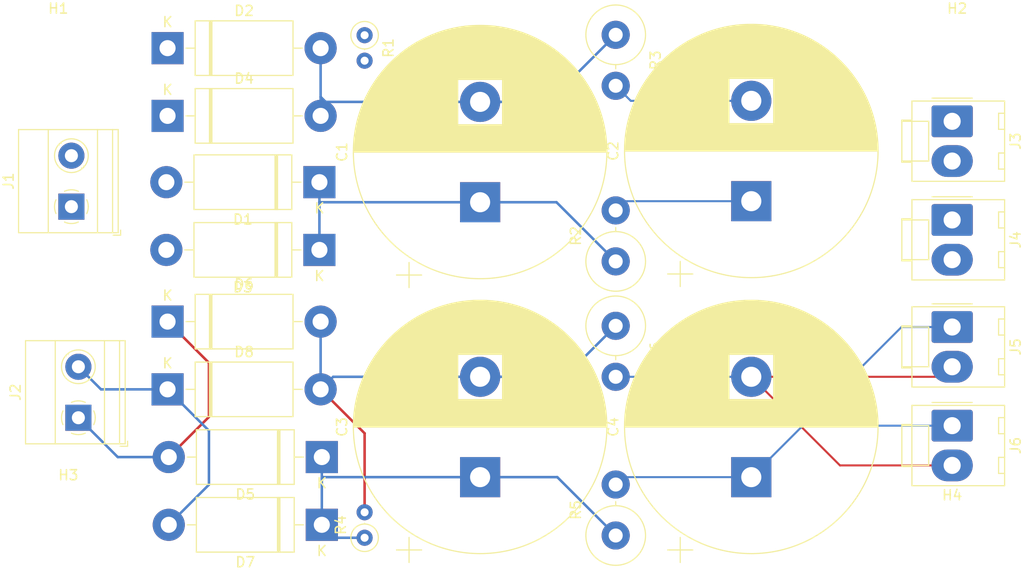
<source format=kicad_pcb>
(kicad_pcb (version 20240108) (generator "pcbnew") (generator_version "8.0")
  (layers (0 "F.Cu" signal) (31 "B.Cu" signal) (34 "B.Paste" user) (35 "F.Paste" user) (36 "B.SilkS" user "B.Silkscreen") (37 "F.SilkS" user "F.Silkscreen") (38 "B.Mask" user) (39 "F.Mask" user) (44 "Edge.Cuts" user))
  (net 0 "")
  (net 1 "Net-(D1-K)")
  (net 2 "Net-(D2-A)")
  (net 3 "/COLEMAN_RAW_DC_LEFT/RAWDC-")
  (net 4 "/COLEMAN_RAW_DC_LEFT/RAWDC+")
  (net 5 "Net-(D6-A)")
  (net 6 "Net-(D5-K)")
  (net 7 "/COLEMAN_RAW_DC_RIGHT/RAWDC+")
  (net 8 "/COLEMAN_RAW_DC_RIGHT/RAWDC-")
  (net 9 "/COLEMAN_RAW_DC_LEFT/AC1")
  (net 10 "/COLEMAN_RAW_DC_LEFT/AC2")
  (net 11 "/COLEMAN_RAW_DC_RIGHT/AC1")
  (net 12 "/COLEMAN_RAW_DC_RIGHT/AC2")
  (footprint "Connector_Molex:Molex_KK-396_A-41791-0002_1x02_P3.96mm_Vertical" (layer "F.Cu") (at 188.5 63.434629 -90)
    (property "Reference" "J3" (at 1.98 -6.31 90) (layer "F.SilkS"))
    (property "Value" "COLEMANREG-LEFT-1")
    (pad "1" thru_hole roundrect (at 0 0 270) (size 3.16 4.1) (drill 1.7) (layers "*.Cu" "*.Mask") (roundrect_rratio 0.079114) (net 4 "/COLEMAN_RAW_DC_LEFT/RAWDC+"))
    (pad "2" thru_hole oval (at 3.96 0 270) (size 3.16 4.1) (drill 1.7) (layers "*.Cu" "*.Mask") (net 3 "/COLEMAN_RAW_DC_LEFT/RAWDC-"))
  )
  (footprint "Diode_THT:D_DO-201AD_P15.24mm_Horizontal" (layer "F.Cu") (at 125.5 69.5 180)
    (property "Reference" "D1" (at 7.62 -3.72 180) (layer "F.SilkS"))
    (property "Value" "1N5822")
    (fp_text user "K" (at 0 -2.6 180) (layer "F.SilkS"))
    (pad "1" thru_hole rect (at 0 0 180) (size 3.2 3.2) (drill 1.6) (layers "*.Cu" "*.Mask") (net 1 "Net-(D1-K)"))
    (pad "2" thru_hole oval (at 15.24 0 180) (size 3.2 3.2) (drill 1.6) (layers "*.Cu" "*.Mask") (net 9 "/COLEMAN_RAW_DC_LEFT/AC1"))
  )
  (footprint "Capacitor_THT:CP_Radial_D25.0mm_P10.00mm_SnapIn" (layer "F.Cu") (at 141.5 71.5 90)
    (property "Reference" "C1" (at 5 -13.75 270) (layer "F.SilkS"))
    (property "Value" "15000u 25 V")
    (pad "1" thru_hole rect (at 0 0 90) (size 4 4) (drill 2) (layers "*.Cu" "*.Mask") (net 1 "Net-(D1-K)"))
    (pad "2" thru_hole circle (at 10 0 90) (size 4 4) (drill 2) (layers "*.Cu" "*.Mask") (net 2 "Net-(D2-A)"))
  )
  (footprint "Diode_THT:D_DO-201AD_P15.24mm_Horizontal" (layer "F.Cu") (at 110.38 90.144629)
    (property "Reference" "D8" (at 7.62 -3.72 0) (layer "F.SilkS"))
    (property "Value" "1N5822")
    (fp_text user "K" (at 0 -2.6 0) (layer "F.SilkS"))
    (pad "1" thru_hole rect (at 0 0) (size 3.2 3.2) (drill 1.6) (layers "*.Cu" "*.Mask") (net 12 "/COLEMAN_RAW_DC_RIGHT/AC2"))
    (pad "2" thru_hole oval (at 15.24 0) (size 3.2 3.2) (drill 1.6) (layers "*.Cu" "*.Mask") (net 5 "Net-(D6-A)"))
  )
  (footprint "Resistor_THT:R_Axial_DIN0207_L6.3mm_D2.5mm_P2.54mm_Vertical" (layer "F.Cu") (at 130 54.854629 -90)
    (property "Reference" "R1" (at 1.27 -2.37 90) (layer "F.SilkS"))
    (property "Value" "10k")
    (pad "1" thru_hole circle (at 0 0 270) (size 1.6 1.6) (drill 0.8) (layers "*.Cu" "*.Mask") (net 1 "Net-(D1-K)"))
    (pad "2" thru_hole oval (at 2.54 0 270) (size 1.6 1.6) (drill 0.8) (layers "*.Cu" "*.Mask") (net 2 "Net-(D2-A)"))
  )
  (footprint "Resistor_THT:R_Axial_DIN0614_L14.3mm_D5.7mm_P5.08mm_Vertical" (layer "F.Cu") (at 155 104.709629 90)
    (property "Reference" "R5" (at 2.54 -3.97 270) (layer "F.SilkS"))
    (property "Value" "0.22 3 W")
    (pad "1" thru_hole circle (at 0 0 90) (size 2.8 2.8) (drill 1.4) (layers "*.Cu" "*.Mask") (net 6 "Net-(D5-K)"))
    (pad "2" thru_hole oval (at 5.08 0 90) (size 2.8 2.8) (drill 1.4) (layers "*.Cu" "*.Mask") (net 7 "/COLEMAN_RAW_DC_RIGHT/RAWDC+"))
  )
  (footprint "Connector_Molex:Molex_KK-396_A-41791-0002_1x02_P3.96mm_Vertical" (layer "F.Cu") (at 188.5 93.764629 -90)
    (property "Reference" "J6" (at 1.98 -6.31 90) (layer "F.SilkS"))
    (property "Value" "COLEMANREG-RIGHT-2")
    (pad "1" thru_hole roundrect (at 0 0 270) (size 3.16 4.1) (drill 1.7) (layers "*.Cu" "*.Mask") (roundrect_rratio 0.079114) (net 7 "/COLEMAN_RAW_DC_RIGHT/RAWDC+"))
    (pad "2" thru_hole oval (at 3.96 0 270) (size 3.16 4.1) (drill 1.7) (layers "*.Cu" "*.Mask") (net 8 "/COLEMAN_RAW_DC_RIGHT/RAWDC-"))
  )
  (footprint "MountingHole:MountingHole_3.2mm_M3" (layer "F.Cu") (at 100.5 102.894629)
    (property "Reference" "H3" (at 0 -4.2 0) (layer "F.SilkS"))
    (property "Value" "MountingHole")
    (pad "" np_thru_hole circle (at 0 0) (size 3.2 3.2) (drill 3.2) (layers "*.Cu" "*.Mask"))
  )
  (footprint "Diode_THT:D_DO-201AD_P15.24mm_Horizontal" (layer "F.Cu") (at 125.5 76.25 180)
    (property "Reference" "D3" (at 7.62 -3.72 180) (layer "F.SilkS"))
    (property "Value" "1N5822")
    (fp_text user "K" (at 0 -2.6 180) (layer "F.SilkS"))
    (pad "1" thru_hole rect (at 0 0 180) (size 3.2 3.2) (drill 1.6) (layers "*.Cu" "*.Mask") (net 1 "Net-(D1-K)"))
    (pad "2" thru_hole oval (at 15.24 0 180) (size 3.2 3.2) (drill 1.6) (layers "*.Cu" "*.Mask") (net 10 "/COLEMAN_RAW_DC_LEFT/AC2"))
  )
  (footprint "Resistor_THT:R_Axial_DIN0614_L14.3mm_D5.7mm_P5.08mm_Vertical" (layer "F.Cu") (at 155 54.814629 -90)
    (property "Reference" "R3" (at 2.54 -3.97 90) (layer "F.SilkS"))
    (property "Value" "0.22 3 W")
    (pad "1" thru_hole circle (at 0 0 270) (size 2.8 2.8) (drill 1.4) (layers "*.Cu" "*.Mask") (net 2 "Net-(D2-A)"))
    (pad "2" thru_hole oval (at 5.08 0 270) (size 2.8 2.8) (drill 1.4) (layers "*.Cu" "*.Mask") (net 3 "/COLEMAN_RAW_DC_LEFT/RAWDC-"))
  )
  (footprint "Connector_Molex:Molex_KK-396_A-41791-0002_1x02_P3.96mm_Vertical" (layer "F.Cu") (at 188.5 83.934629 -90)
    (property "Reference" "J5" (at 1.98 -6.31 90) (layer "F.SilkS"))
    (property "Value" "COLEMANREG-RIGHT-1")
    (pad "1" thru_hole roundrect (at 0 0 270) (size 3.16 4.1) (drill 1.7) (layers "*.Cu" "*.Mask") (roundrect_rratio 0.079114) (net 7 "/COLEMAN_RAW_DC_RIGHT/RAWDC+"))
    (pad "2" thru_hole oval (at 3.96 0 270) (size 3.16 4.1) (drill 1.7) (layers "*.Cu" "*.Mask") (net 8 "/COLEMAN_RAW_DC_RIGHT/RAWDC-"))
  )
  (footprint "Resistor_THT:R_Axial_DIN0207_L6.3mm_D2.5mm_P2.54mm_Vertical" (layer "F.Cu") (at 130 104.934629 90)
    (property "Reference" "R4" (at 1.27 -2.37 270) (layer "F.SilkS"))
    (property "Value" "10k")
    (pad "1" thru_hole circle (at 0 0 90) (size 1.6 1.6) (drill 0.8) (layers "*.Cu" "*.Mask") (net 6 "Net-(D5-K)"))
    (pad "2" thru_hole oval (at 2.54 0 90) (size 1.6 1.6) (drill 0.8) (layers "*.Cu" "*.Mask") (net 5 "Net-(D6-A)"))
  )
  (footprint "MountingHole:MountingHole_3.2mm_M3" (layer "F.Cu") (at 189 56.394629)
    (property "Reference" "H2" (at 0 -4.2 0) (layer "F.SilkS"))
    (property "Value" "MountingHole")
    (pad "" np_thru_hole circle (at 0 0) (size 3.2 3.2) (drill 3.2) (layers "*.Cu" "*.Mask"))
  )
  (footprint "MountingHole:MountingHole_3.2mm_M3" (layer "F.Cu") (at 188.5 104.894629)
    (property "Reference" "H4" (at 0 -4.2 0) (layer "F.SilkS"))
    (property "Value" "MountingHole")
    (pad "" np_thru_hole circle (at 0 0) (size 3.2 3.2) (drill 3.2) (layers "*.Cu" "*.Mask"))
  )
  (footprint "TerminalBlock_Phoenix:TerminalBlock_Phoenix_MKDS-1,5-2-5.08_1x02_P5.08mm_Horizontal" (layer "F.Cu") (at 101.5 92.974629 90)
    (property "Reference" "J2" (at 2.54 -6.26 270) (layer "F.SilkS"))
    (property "Value" "10.5 VAC / 4.5 A")
    (pad "1" thru_hole rect (at 0 0 90) (size 2.6 2.6) (drill 1.3) (layers "*.Cu" "*.Mask") (net 11 "/COLEMAN_RAW_DC_RIGHT/AC1"))
    (pad "2" thru_hole circle (at 5.08 0 90) (size 2.6 2.6) (drill 1.3) (layers "*.Cu" "*.Mask") (net 12 "/COLEMAN_RAW_DC_RIGHT/AC2"))
  )
  (footprint "Resistor_THT:R_Axial_DIN0614_L14.3mm_D5.7mm_P5.08mm_Vertical" (layer "F.Cu") (at 155 77.394629 90)
    (property "Reference" "R2" (at 2.54 -3.97 270) (layer "F.SilkS"))
    (property "Value" "0.22 3 W")
    (pad "1" thru_hole circle (at 0 0 90) (size 2.8 2.8) (drill 1.4) (layers "*.Cu" "*.Mask") (net 1 "Net-(D1-K)"))
    (pad "2" thru_hole oval (at 5.08 0 90) (size 2.8 2.8) (drill 1.4) (layers "*.Cu" "*.Mask") (net 4 "/COLEMAN_RAW_DC_LEFT/RAWDC+"))
  )
  (footprint "TerminalBlock_Phoenix:TerminalBlock_Phoenix_MKDS-1,5-2-5.08_1x02_P5.08mm_Horizontal" (layer "F.Cu") (at 100.805 71.939629 90)
    (property "Reference" "J1" (at 2.54 -6.26 270) (layer "F.SilkS"))
    (property "Value" "10.5 VAC / 4.5 A")
    (pad "1" thru_hole rect (at 0 0 90) (size 2.6 2.6) (drill 1.3) (layers "*.Cu" "*.Mask") (net 9 "/COLEMAN_RAW_DC_LEFT/AC1"))
    (pad "2" thru_hole circle (at 5.08 0 90) (size 2.6 2.6) (drill 1.3) (layers "*.Cu" "*.Mask") (net 10 "/COLEMAN_RAW_DC_LEFT/AC2"))
  )
  (footprint "Diode_THT:D_DO-201AD_P15.24mm_Horizontal" (layer "F.Cu") (at 110.38 62.894629)
    (property "Reference" "D4" (at 7.62 -3.72 0) (layer "F.SilkS"))
    (property "Value" "1N5822")
    (fp_text user "K" (at 0 -2.6 0) (layer "F.SilkS"))
    (pad "1" thru_hole rect (at 0 0) (size 3.2 3.2) (drill 1.6) (layers "*.Cu" "*.Mask") (net 10 "/COLEMAN_RAW_DC_LEFT/AC2"))
    (pad "2" thru_hole oval (at 15.24 0) (size 3.2 3.2) (drill 1.6) (layers "*.Cu" "*.Mask") (net 2 "Net-(D2-A)"))
  )
  (footprint "Connector_Molex:Molex_KK-396_A-41791-0002_1x02_P3.96mm_Vertical" (layer "F.Cu") (at 188.5 73.264629 -90)
    (property "Reference" "J4" (at 1.98 -6.31 90) (layer "F.SilkS"))
    (property "Value" "COLEMANREG-LEFT-2")
    (pad "1" thru_hole roundrect (at 0 0 270) (size 3.16 4.1) (drill 1.7) (layers "*.Cu" "*.Mask") (roundrect_rratio 0.079114) (net 4 "/COLEMAN_RAW_DC_LEFT/RAWDC+"))
    (pad "2" thru_hole oval (at 3.96 0 270) (size 3.16 4.1) (drill 1.7) (layers "*.Cu" "*.Mask") (net 3 "/COLEMAN_RAW_DC_LEFT/RAWDC-"))
  )
  (footprint "Diode_THT:D_DO-201AD_P15.24mm_Horizontal" (layer "F.Cu") (at 110.38 56.144629)
    (property "Reference" "D2" (at 7.62 -3.72 0) (layer "F.SilkS"))
    (property "Value" "1N5822")
    (fp_text user "K" (at 0 -2.6 0) (layer "F.SilkS"))
    (pad "1" thru_hole rect (at 0 0) (size 3.2 3.2) (drill 1.6) (layers "*.Cu" "*.Mask") (net 9 "/COLEMAN_RAW_DC_LEFT/AC1"))
    (pad "2" thru_hole oval (at 15.24 0) (size 3.2 3.2) (drill 1.6) (layers "*.Cu" "*.Mask") (net 2 "Net-(D2-A)"))
  )
  (footprint "Diode_THT:D_DO-201AD_P15.24mm_Horizontal" (layer "F.Cu") (at 125.74 96.894629 180)
    (property "Reference" "D5" (at 7.62 -3.72 180) (layer "F.SilkS"))
    (property "Value" "1N5822")
    (fp_text user "K" (at 0 -2.6 180) (layer "F.SilkS"))
    (pad "1" thru_hole rect (at 0 0 180) (size 3.2 3.2) (drill 1.6) (layers "*.Cu" "*.Mask") (net 6 "Net-(D5-K)"))
    (pad "2" thru_hole oval (at 15.24 0 180) (size 3.2 3.2) (drill 1.6) (layers "*.Cu" "*.Mask") (net 11 "/COLEMAN_RAW_DC_RIGHT/AC1"))
  )
  (footprint "MountingHole:MountingHole_3.2mm_M3" (layer "F.Cu") (at 99.5 56.394629)
    (property "Reference" "H1" (at 0 -4.2 0) (layer "F.SilkS"))
    (property "Value" "MountingHole")
    (pad "" np_thru_hole circle (at 0 0) (size 3.2 3.2) (drill 3.2) (layers "*.Cu" "*.Mask"))
  )
  (footprint "Resistor_THT:R_Axial_DIN0614_L14.3mm_D5.7mm_P5.08mm_Vertical" (layer "F.Cu") (at 155 83.814629 -90)
    (property "Reference" "R6" (at 2.54 -3.97 90) (layer "F.SilkS"))
    (property "Value" "0.22 3 W")
    (pad "1" thru_hole circle (at 0 0 270) (size 2.8 2.8) (drill 1.4) (layers "*.Cu" "*.Mask") (net 5 "Net-(D6-A)"))
    (pad "2" thru_hole oval (at 5.08 0 270) (size 2.8 2.8) (drill 1.4) (layers "*.Cu" "*.Mask") (net 8 "/COLEMAN_RAW_DC_RIGHT/RAWDC-"))
  )
  (footprint "Diode_THT:D_DO-201AD_P15.24mm_Horizontal" (layer "F.Cu") (at 125.74 103.644629 180)
    (property "Reference" "D7" (at 7.62 -3.72 180) (layer "F.SilkS"))
    (property "Value" "1N5822")
    (fp_text user "K" (at 0 -2.6 180) (layer "F.SilkS"))
    (pad "1" thru_hole rect (at 0 0 180) (size 3.2 3.2) (drill 1.6) (layers "*.Cu" "*.Mask") (net 6 "Net-(D5-K)"))
    (pad "2" thru_hole oval (at 15.24 0 180) (size 3.2 3.2) (drill 1.6) (layers "*.Cu" "*.Mask") (net 12 "/COLEMAN_RAW_DC_RIGHT/AC2"))
  )
  (footprint "Capacitor_THT:CP_Radial_D25.0mm_P10.00mm_SnapIn" (layer "F.Cu") (at 141.5 98.894629 90)
    (property "Reference" "C3" (at 5 -13.75 270) (layer "F.SilkS"))
    (property "Value" "15000u 25 V")
    (pad "1" thru_hole rect (at 0 0 90) (size 4 4) (drill 2) (layers "*.Cu" "*.Mask") (net 6 "Net-(D5-K)"))
    (pad "2" thru_hole circle (at 10 0 90) (size 4 4) (drill 2) (layers "*.Cu" "*.Mask") (net 5 "Net-(D6-A)"))
  )
  (footprint "Capacitor_THT:CP_Radial_D25.0mm_P10.00mm_SnapIn" (layer "F.Cu") (at 168.5 98.894629 90)
    (property "Reference" "C4" (at 5 -13.75 270) (layer "F.SilkS"))
    (property "Value" "15000u 25 V")
    (pad "1" thru_hole rect (at 0 0 90) (size 4 4) (drill 2) (layers "*.Cu" "*.Mask") (net 7 "/COLEMAN_RAW_DC_RIGHT/RAWDC+"))
    (pad "2" thru_hole circle (at 10 0 90) (size 4 4) (drill 2) (layers "*.Cu" "*.Mask") (net 8 "/COLEMAN_RAW_DC_RIGHT/RAWDC-"))
  )
  (footprint "Diode_THT:D_DO-201AD_P15.24mm_Horizontal" (layer "F.Cu") (at 110.38 83.394629)
    (property "Reference" "D6" (at 7.62 -3.72 0) (layer "F.SilkS"))
    (property "Value" "1N5822")
    (fp_text user "K" (at 0 -2.6 0) (layer "F.SilkS"))
    (pad "1" thru_hole rect (at 0 0) (size 3.2 3.2) (drill 1.6) (layers "*.Cu" "*.Mask") (net 11 "/COLEMAN_RAW_DC_RIGHT/AC1"))
    (pad "2" thru_hole oval (at 15.24 0) (size 3.2 3.2) (drill 1.6) (layers "*.Cu" "*.Mask") (net 5 "Net-(D6-A)"))
  )
  (footprint "Capacitor_THT:CP_Radial_D25.0mm_P10.00mm_SnapIn" (layer "F.Cu") (at 168.5 71.394629 90)
    (property "Reference" "C2" (at 5 -13.75 270) (layer "F.SilkS"))
    (property "Value" "15000u 25 V")
    (pad "1" thru_hole rect (at 0 0 90) (size 4 4) (drill 2) (layers "*.Cu" "*.Mask") (net 4 "/COLEMAN_RAW_DC_LEFT/RAWDC+"))
    (pad "2" thru_hole circle (at 10 0 90) (size 4 4) (drill 2) (layers "*.Cu" "*.Mask") (net 3 "/COLEMAN_RAW_DC_LEFT/RAWDC-"))
  )
  (segment (start 125.5 71.5) (end 125.5 76.25) (width 0.25) (layer "B.Cu") (net 1))
  (segment (start 125.5 69.5) (end 125.5 71.5) (width 0.25) (layer "B.Cu") (net 1))
  (segment (start 149.105371 71.5) (end 155 77.394629) (width 0.25) (layer "B.Cu") (net 1))
  (segment (start 141.5 71.5) (end 149.105371 71.5) (width 0.25) (layer "B.Cu") (net 1))
  (segment (start 141.5 71.5) (end 125.5 71.5) (width 0.25) (layer "B.Cu") (net 1))
  (segment (start 148.314629 61.5) (end 155 54.814629) (width 0.25) (layer "B.Cu") (net 2))
  (segment (start 141.5 61.5) (end 148.314629 61.5) (width 0.25) (layer "B.Cu") (net 2))
  (segment (start 125.62 56.144629) (end 125.62 61) (width 0.25) (layer "B.Cu") (net 2))
  (segment (start 141.5 61.5) (end 126.12 61.5) (width 0.25) (layer "B.Cu") (net 2))
  (segment (start 126.12 61.5) (end 125.62 61) (width 0.25) (layer "B.Cu") (net 2))
  (segment (start 125.62 61) (end 125.62 62.894629) (width 0.25) (layer "B.Cu") (net 2))
  (segment (start 168.5 61.394629) (end 156.5 61.394629) (width 0.2) (layer "B.Cu") (net 3))
  (segment (start 156.5 61.394629) (end 155 59.894629) (width 0.2) (layer "B.Cu") (net 3))
  (segment (start 168.5 71.394629) (end 155.92 71.394629) (width 0.2) (layer "B.Cu") (net 4))
  (segment (start 155.92 71.394629) (end 155 72.314629) (width 0.2) (layer "B.Cu") (net 4))
  (segment (start 130 94.524629) (end 125.62 90.144629) (width 0.25) (layer "F.Cu") (net 5))
  (segment (start 130 102.394629) (end 130 94.524629) (width 0.25) (layer "F.Cu") (net 5))
  (segment (start 141.5 88.894629) (end 149.92 88.894629) (width 0.25) (layer "B.Cu") (net 5))
  (segment (start 125.62 90.144629) (end 125.62 83.394629) (width 0.25) (layer "B.Cu") (net 5))
  (segment (start 149.92 88.894629) (end 155 83.814629) (width 0.25) (layer "B.Cu") (net 5))
  (segment (start 126.87 88.894629) (end 125.62 90.144629) (width 0.25) (layer "B.Cu") (net 5))
  (segment (start 141.5 88.894629) (end 126.87 88.894629) (width 0.25) (layer "B.Cu") (net 5))
  (segment (start 141.5 98.894629) (end 125.845371 98.894629) (width 0.25) (layer "B.Cu") (net 6))
  (segment (start 125.74 99) (end 125.74 103.644629) (width 0.25) (layer "B.Cu") (net 6))
  (segment (start 149.185 98.894629) (end 155 104.709629) (width 0.25) (layer "B.Cu") (net 6))
  (segment (start 125.845371 98.894629) (end 125.74 99) (width 0.25) (layer "B.Cu") (net 6))
  (segment (start 141.5 98.894629) (end 149.185 98.894629) (width 0.25) (layer "B.Cu") (net 6))
  (segment (start 125.74 96.894629) (end 125.74 99) (width 0.25) (layer "B.Cu") (net 6))
  (segment (start 127.03 104.934629) (end 125.74 103.644629) (width 0.25) (layer "B.Cu") (net 6))
  (segment (start 130 104.934629) (end 127.03 104.934629) (width 0.25) (layer "B.Cu") (net 6))
  (segment (start 155.735 98.894629) (end 155 99.629629) (width 0.2) (layer "B.Cu") (net 7))
  (segment (start 173.447314 93.947314) (end 168.5 98.894629) (width 0.2) (layer "B.Cu") (net 7))
  (segment (start 173.63 93.764629) (end 173.447314 93.947314) (width 0.2) (layer "B.Cu") (net 7))
  (segment (start 168.5 98.894629) (end 155.735 98.894629) (width 0.2) (layer "B.Cu") (net 7))
  (segment (start 188.5 83.934629) (end 183.459999 83.934629) (width 0.2) (layer "B.Cu") (net 7))
  (segment (start 183.459999 83.934629) (end 173.447314 93.947314) (width 0.2) (layer "B.Cu") (net 7))
  (segment (start 188.5 93.764629) (end 173.63 93.764629) (width 0.2) (layer "B.Cu") (net 7))
  (segment (start 168.5 88.894629) (end 187.5 88.894629) (width 0.2) (layer "F.Cu") (net 8))
  (segment (start 169.5 87.894629) (end 168.5 88.894629) (width 0.2) (layer "F.Cu") (net 8))
  (segment (start 187.5 88.894629) (end 188.5 87.894629) (width 0.2) (layer "F.Cu") (net 8))
  (segment (start 177.33 97.724629) (end 168.5 88.894629) (width 0.2) (layer "F.Cu") (net 8))
  (segment (start 188.5 97.724629) (end 177.33 97.724629) (width 0.2) (layer "F.Cu") (net 8))
  (segment (start 168.5 88.894629) (end 155 88.894629) (width 0.2) (layer "B.Cu") (net 8))
  (segment (start 114.5 92.894629) (end 110.5 96.894629) (width 0.25) (layer "F.Cu") (net 11))
  (segment (start 114.5 87.5) (end 114.5 92.894629) (width 0.25) (layer "F.Cu") (net 11))
  (segment (start 110.394629 83.394629) (end 114.5 87.5) (width 0.25) (layer "F.Cu") (net 11))
  (segment (start 110.38 83.394629) (end 110.394629 83.394629) (width 0.25) (layer "F.Cu") (net 11))
  (segment (start 110.5 96.894629) (end 105.42 96.894629) (width 0.25) (layer "B.Cu") (net 11))
  (segment (start 105.42 96.894629) (end 101.5 92.974629) (width 0.25) (layer "B.Cu") (net 11))
  (segment (start 103.75 90.144629) (end 101.5 87.894629) (width 0.25) (layer "B.Cu") (net 12))
  (segment (start 110.38 90.144629) (end 103.75 90.144629) (width 0.25) (layer "B.Cu") (net 12))
  (segment (start 114.5 99.644629) (end 110.5 103.644629) (width 0.25) (layer "B.Cu") (net 12))
  (segment (start 110.38 90.144629) (end 114.5 94.264629) (width 0.25) (layer "B.Cu") (net 12))
  (segment (start 114.5 94.264629) (end 114.5 99.644629) (width 0.25) (layer "B.Cu") (net 12))
)
</source>
